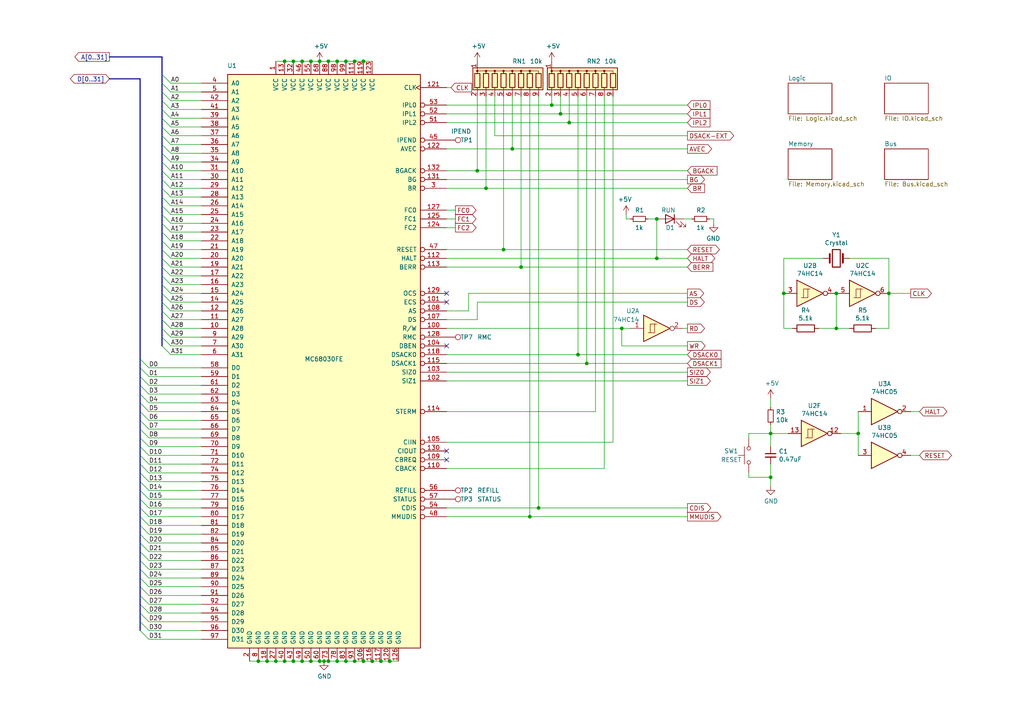
<source format=kicad_sch>
(kicad_sch (version 20211123) (generator eeschema)
  (paper "A4")
  (title_block (title "k30 SBC") (rev "1"))
  (lib_symbols
    (symbol "74xx:74HC14" (pin_names (offset 1.016))
      (property "Reference" "U" (at 0 1.27 0))
      (property "Value" "74HC14" (at 0 -1.27 0))
      (symbol "74HC14_1_0"
        (pin input line (at -7.62 0 0) (length 3.81) (name "~") (number "1"))
        (pin output inverted (at 7.62 0 180) (length 3.81) (name "~") (number "2"))
      )
      (symbol "74HC14_2_0"
        (pin input line (at -7.62 0 0) (length 3.81) (name "~") (number "3"))
        (pin output inverted (at 7.62 0 180) (length 3.81) (name "~") (number "4"))
      )
      (symbol "74HC14_3_0"
        (pin input line (at -7.62 0 0) (length 3.81) (name "~") (number "5"))
        (pin output inverted (at 7.62 0 180) (length 3.81) (name "~") (number "6"))
      )
      (symbol "74HC14_4_0"
        (pin output inverted (at 7.62 0 180) (length 3.81) (name "~") (number "8"))
        (pin input line (at -7.62 0 0) (length 3.81) (name "~") (number "9"))
      )
      (symbol "74HC14_5_0"
        (pin output inverted (at 7.62 0 180) (length 3.81) (name "~") (number "10"))
        (pin input line (at -7.62 0 0) (length 3.81) (name "~") (number "11"))
      )
      (symbol "74HC14_6_0"
        (pin output inverted (at 7.62 0 180) (length 3.81) (name "~") (number "12"))
        (pin input line (at -7.62 0 0) (length 3.81) (name "~") (number "13"))
      )
      (symbol "74HC14_7_0"
        (pin power_in line (at 0 12.7 270) (length 5.08) (name "VCC") (number "14"))
        (pin power_in line (at 0 -12.7 90) (length 5.08) (name "GND") (number "7"))
      )
    )
    (symbol "74xx:74LS05" (pin_names (offset 1.016))
      (property "Reference" "U" (at 0 1.27 0))
      (property "Value" "74LS05" (at 0 -1.27 0))
      (symbol "74LS05_1_0"
        (pin input line (at -7.62 0 0) (length 3.81) (name "~") (number "1"))
        (pin open_collector inverted (at 7.62 0 180) (length 3.81) (name "~") (number "2"))
      )
      (symbol "74LS05_2_0"
        (pin input line (at -7.62 0 0) (length 3.81) (name "~") (number "3"))
        (pin open_collector inverted (at 7.62 0 180) (length 3.81) (name "~") (number "4"))
      )
      (symbol "74LS05_3_0"
        (pin input line (at -7.62 0 0) (length 3.81) (name "~") (number "5"))
        (pin open_collector inverted (at 7.62 0 180) (length 3.81) (name "~") (number "6"))
      )
      (symbol "74LS05_4_0"
        (pin open_collector inverted (at 7.62 0 180) (length 3.81) (name "~") (number "8"))
        (pin input line (at -7.62 0 0) (length 3.81) (name "~") (number "9"))
      )
      (symbol "74LS05_5_0"
        (pin open_collector inverted (at 7.62 0 180) (length 3.81) (name "~") (number "10"))
        (pin input line (at -7.62 0 0) (length 3.81) (name "~") (number "11"))
      )
      (symbol "74LS05_6_0"
        (pin open_collector inverted (at 7.62 0 180) (length 3.81) (name "~") (number "12"))
        (pin input line (at -7.62 0 0) (length 3.81) (name "~") (number "13"))
      )
      (symbol "74LS05_7_0"
        (pin power_in line (at 0 12.7 270) (length 5.08) (name "VCC") (number "14"))
        (pin power_in line (at 0 -12.7 90) (length 5.08) (name "GND") (number "7"))
      )
    )
    (symbol "Computie_68k:MC68030FE" (pin_names (offset 1.016))
      (property "Reference" "U" (at 0 2.54 0))
      (property "Value" "MC68030FE" (at 0 0 0))
      (symbol "MC68030FE_1_1"
        (pin power_in line (at -13.97 86.36 270) (length 3.81) (name "VCC") (number "1"))
        (pin output line (at -35.56 8.89 0) (length 7.62) (name "A28") (number "10"))
        (pin output line (at 35.56 8.89 180) (length 7.62) (name "R/W") (number "100"))
        (pin output inverted (at 35.56 16.51 180) (length 7.62) (name "ECS") (number "101"))
        (pin output line (at 35.56 -6.35 180) (length 7.62) (name "SIZ1") (number "102"))
        (pin output line (at 35.56 -3.81 180) (length 7.62) (name "SIZ0") (number "103"))
        (pin output inverted (at 35.56 3.81 180) (length 7.62) (name "DBEN") (number "104"))
        (pin input inverted (at 35.56 -24.13 180) (length 7.62) (name "CIIN") (number "105"))
        (pin power_in line (at 11.43 -87.63 90) (length 3.81) (name "GND") (number "106"))
        (pin output inverted (at 35.56 11.43 180) (length 7.62) (name "DS") (number "107"))
        (pin output inverted (at 35.56 13.97 180) (length 7.62) (name "AS") (number "108"))
        (pin output inverted (at 35.56 -29.21 180) (length 7.62) (name "CBREQ") (number "109"))
        (pin output line (at -35.56 11.43 0) (length 7.62) (name "A27") (number "11"))
        (pin input inverted (at 35.56 -31.75 180) (length 7.62) (name "CBACK") (number "110"))
        (pin power_in line (at 8.89 86.36 270) (length 3.81) (name "VCC") (number "111"))
        (pin input inverted (at 35.56 29.21 180) (length 7.62) (name "HALT") (number "112"))
        (pin input inverted (at 35.56 26.67 180) (length 7.62) (name "BERR") (number "113"))
        (pin input inverted (at 35.56 -15.24 180) (length 7.62) (name "STERM") (number "114"))
        (pin input inverted (at 35.56 -1.27 180) (length 7.62) (name "DSACK1") (number "115"))
        (pin power_in line (at 13.97 -87.63 90) (length 3.81) (name "GND") (number "116"))
        (pin power_in line (at 16.51 -87.63 90) (length 3.81) (name "GND") (number "117"))
        (pin input inverted (at 35.56 1.27 180) (length 7.62) (name "DSACK0") (number "118"))
        (pin power_in line (at 11.43 86.36 270) (length 3.81) (name "VCC") (number "119"))
        (pin output line (at -35.56 13.97 0) (length 7.62) (name "A26") (number "12"))
        (pin power_in line (at 19.05 -87.63 90) (length 3.81) (name "GND") (number "120"))
        (pin input clock (at 35.56 78.74 180) (length 7.62) (name "CLK") (number "121"))
        (pin input inverted (at 35.56 60.96 180) (length 7.62) (name "AVEC") (number "122"))
        (pin power_in line (at 13.97 86.36 270) (length 3.81) (name "VCC") (number "123"))
        (pin output line (at 35.56 38.1 180) (length 7.62) (name "FC2") (number "124"))
        (pin output line (at 35.56 40.64 180) (length 7.62) (name "FC1") (number "125"))
        (pin power_in line (at 21.59 -87.63 90) (length 3.81) (name "GND") (number "126"))
        (pin output line (at 35.56 43.18 180) (length 7.62) (name "FC0") (number "127"))
        (pin output inverted (at 35.56 6.35 180) (length 7.62) (name "RMC") (number "128"))
        (pin output inverted (at 35.56 19.05 180) (length 7.62) (name "OCS") (number "129"))
        (pin power_in line (at -11.43 86.36 270) (length 3.81) (name "VCC") (number "13"))
        (pin output inverted (at 35.56 -26.67 180) (length 7.62) (name "CIOUT") (number "130"))
        (pin output inverted (at 35.56 52.07 180) (length 7.62) (name "BG") (number "131"))
        (pin input inverted (at 35.56 54.61 180) (length 7.62) (name "BGACK") (number "132"))
        (pin output line (at -35.56 16.51 0) (length 7.62) (name "A25") (number "14"))
        (pin output line (at -35.56 19.05 0) (length 7.62) (name "A24") (number "15"))
        (pin output line (at -35.56 21.59 0) (length 7.62) (name "A23") (number "16"))
        (pin output line (at -35.56 24.13 0) (length 7.62) (name "A22") (number "17"))
        (pin power_in line (at -16.51 -87.63 90) (length 3.81) (name "GND") (number "18"))
        (pin output line (at -35.56 26.67 0) (length 7.62) (name "A21") (number "19"))
        (pin power_in line (at -21.59 -87.63 90) (length 3.81) (name "GND") (number "2"))
        (pin output line (at -35.56 29.21 0) (length 7.62) (name "A20") (number "20"))
        (pin output line (at -35.56 31.75 0) (length 7.62) (name "A19") (number "21"))
        (pin output line (at -35.56 34.29 0) (length 7.62) (name "A18") (number "22"))
        (pin output line (at -35.56 36.83 0) (length 7.62) (name "A17") (number "23"))
        (pin output line (at -35.56 39.37 0) (length 7.62) (name "A16") (number "24"))
        (pin output line (at -35.56 41.91 0) (length 7.62) (name "A15") (number "25"))
        (pin output line (at -35.56 44.45 0) (length 7.62) (name "A14") (number "26"))
        (pin power_in line (at -13.97 -87.63 90) (length 3.81) (name "GND") (number "27"))
        (pin output line (at -35.56 46.99 0) (length 7.62) (name "A13") (number "28"))
        (pin output line (at -35.56 49.53 0) (length 7.62) (name "A12") (number "29"))
        (pin input inverted (at 35.56 49.53 180) (length 7.62) (name "BR") (number "3"))
        (pin output line (at -35.56 52.07 0) (length 7.62) (name "A11") (number "30"))
        (pin output line (at -35.56 54.61 0) (length 7.62) (name "A10") (number "31"))
        (pin power_in line (at -8.89 86.36 270) (length 3.81) (name "VCC") (number "32"))
        (pin no_connect line (at 27.94 -54.61 180) (length 0) hide (name "NC") (number "33"))
        (pin output line (at -35.56 57.15 0) (length 7.62) (name "A9") (number "34"))
        (pin output line (at -35.56 59.69 0) (length 7.62) (name "A8") (number "35"))
        (pin output line (at -35.56 62.23 0) (length 7.62) (name "A7") (number "36"))
        (pin output line (at -35.56 64.77 0) (length 7.62) (name "A6") (number "37"))
        (pin output line (at -35.56 67.31 0) (length 7.62) (name "A5") (number "38"))
        (pin output line (at -35.56 69.85 0) (length 7.62) (name "A4") (number "39"))
        (pin output line (at -35.56 80.01 0) (length 7.62) (name "A0") (number "4"))
        (pin power_in line (at -11.43 -87.63 90) (length 3.81) (name "GND") (number "40"))
        (pin output line (at -35.56 72.39 0) (length 7.62) (name "A3") (number "41"))
        (pin output line (at -35.56 74.93 0) (length 7.62) (name "A2") (number "42"))
        (pin power_in line (at -8.89 -87.63 90) (length 3.81) (name "GND") (number "43"))
        (pin no_connect line (at 27.94 -57.15 180) (length 0) hide (name "NC") (number "44"))
        (pin output inverted (at 35.56 63.5 180) (length 7.62) (name "IPEND") (number "45"))
        (pin power_in line (at -6.35 86.36 270) (length 3.81) (name "VCC") (number "46"))
        (pin bidirectional inverted (at 35.56 31.75 180) (length 7.62) (name "RESET") (number "47"))
        (pin input inverted (at 35.56 -45.72 180) (length 7.62) (name "MMUDIS") (number "48"))
        (pin power_in line (at -6.35 -87.63 90) (length 3.81) (name "GND") (number "49"))
        (pin output line (at -35.56 77.47 0) (length 7.62) (name "A1") (number "5"))
        (pin power_in line (at -3.81 -87.63 90) (length 3.81) (name "GND") (number "50"))
        (pin input inverted (at 35.56 68.58 180) (length 7.62) (name "IPL2") (number "51"))
        (pin input inverted (at 35.56 71.12 180) (length 7.62) (name "IPL1") (number "52"))
        (pin input inverted (at 35.56 73.66 180) (length 7.62) (name "IPL0") (number "53"))
        (pin input inverted (at 35.56 -43.18 180) (length 7.62) (name "CDIS") (number "54"))
        (pin power_in line (at -3.81 86.36 270) (length 3.81) (name "VCC") (number "55"))
        (pin output inverted (at 35.56 -38.1 180) (length 7.62) (name "REFILL") (number "56"))
        (pin output inverted (at 35.56 -40.64 180) (length 7.62) (name "STATUS") (number "57"))
        (pin bidirectional line (at -35.56 -2.54 0) (length 7.62) (name "D0") (number "58"))
        (pin bidirectional line (at -35.56 -5.08 0) (length 7.62) (name "D1") (number "59"))
        (pin output line (at -35.56 1.27 0) (length 7.62) (name "A31") (number "6"))
        (pin power_in line (at -1.27 -87.63 90) (length 3.81) (name "GND") (number "60"))
        (pin bidirectional line (at -35.56 -7.62 0) (length 7.62) (name "D2") (number "61"))
        (pin bidirectional line (at -35.56 -10.16 0) (length 7.62) (name "D3") (number "62"))
        (pin bidirectional line (at -35.56 -12.7 0) (length 7.62) (name "D4") (number "63"))
        (pin bidirectional line (at -35.56 -15.24 0) (length 7.62) (name "D5") (number "64"))
        (pin bidirectional line (at -35.56 -17.78 0) (length 7.62) (name "D6") (number "65"))
        (pin bidirectional line (at -35.56 -20.32 0) (length 7.62) (name "D7") (number "66"))
        (pin no_connect line (at 27.94 -59.69 180) (length 0) hide (name "NC") (number "67"))
        (pin power_in line (at -1.27 86.36 270) (length 3.81) (name "VCC") (number "68"))
        (pin bidirectional line (at -35.56 -22.86 0) (length 7.62) (name "D8") (number "69"))
        (pin output line (at -35.56 3.81 0) (length 7.62) (name "A30") (number "7"))
        (pin bidirectional line (at -35.56 -25.4 0) (length 7.62) (name "D9") (number "70"))
        (pin bidirectional line (at -35.56 -27.94 0) (length 7.62) (name "D10") (number "71"))
        (pin bidirectional line (at -35.56 -30.48 0) (length 7.62) (name "D11") (number "72"))
        (pin power_in line (at 1.27 -87.63 90) (length 3.81) (name "GND") (number "73"))
        (pin bidirectional line (at -35.56 -33.02 0) (length 7.62) (name "D12") (number "74"))
        (pin bidirectional line (at -35.56 -35.56 0) (length 7.62) (name "D13") (number "75"))
        (pin bidirectional line (at -35.56 -38.1 0) (length 7.62) (name "D14") (number "76"))
        (pin bidirectional line (at -35.56 -40.64 0) (length 7.62) (name "D15") (number "77"))
        (pin power_in line (at 3.81 -87.63 90) (length 3.81) (name "GND") (number "78"))
        (pin bidirectional line (at -35.56 -43.18 0) (length 7.62) (name "D16") (number "79"))
        (pin power_in line (at -19.05 -87.63 90) (length 3.81) (name "GND") (number "8"))
        (pin bidirectional line (at -35.56 -45.72 0) (length 7.62) (name "D17") (number "80"))
        (pin bidirectional line (at -35.56 -48.26 0) (length 7.62) (name "D18") (number "81"))
        (pin bidirectional line (at -35.56 -50.8 0) (length 7.62) (name "D19") (number "82"))
        (pin power_in line (at 6.35 -87.63 90) (length 3.81) (name "GND") (number "83"))
        (pin bidirectional line (at -35.56 -53.34 0) (length 7.62) (name "D20") (number "84"))
        (pin bidirectional line (at -35.56 -55.88 0) (length 7.62) (name "D21") (number "85"))
        (pin bidirectional line (at -35.56 -58.42 0) (length 7.62) (name "D22") (number "86"))
        (pin bidirectional line (at -35.56 -60.96 0) (length 7.62) (name "D23") (number "87"))
        (pin power_in line (at 1.27 86.36 270) (length 3.81) (name "VCC") (number "88"))
        (pin bidirectional line (at -35.56 -63.5 0) (length 7.62) (name "D24") (number "89"))
        (pin output line (at -35.56 6.35 0) (length 7.62) (name "A29") (number "9"))
        (pin bidirectional line (at -35.56 -66.04 0) (length 7.62) (name "D25") (number "90"))
        (pin bidirectional line (at -35.56 -68.58 0) (length 7.62) (name "D26") (number "91"))
        (pin bidirectional line (at -35.56 -71.12 0) (length 7.62) (name "D27") (number "92"))
        (pin power_in line (at 8.89 -87.63 90) (length 3.81) (name "GND") (number "93"))
        (pin bidirectional line (at -35.56 -73.66 0) (length 7.62) (name "D28") (number "94"))
        (pin bidirectional line (at -35.56 -76.2 0) (length 7.62) (name "D29") (number "95"))
        (pin bidirectional line (at -35.56 -78.74 0) (length 7.62) (name "D30") (number "96"))
        (pin bidirectional line (at -35.56 -81.28 0) (length 7.62) (name "D31") (number "97"))
        (pin power_in line (at 3.81 86.36 270) (length 3.81) (name "VCC") (number "98"))
        (pin power_in line (at 6.35 86.36 270) (length 3.81) (name "VCC") (number "99"))
      )
    )
    (symbol "Connector:TestPoint" (pin_numbers hide) (pin_names (offset 0.762) hide)
      (property "Reference" "TP" (at 0 6.858 0))
      (property "Value" "TestPoint" (at 0 5.08 0))
      (symbol "TestPoint_1_1"
        (pin passive line (at 0 0 90) (length 2.54) (name "1") (number "1"))
      )
    )
    (symbol "Device:C_Small" (pin_numbers hide) (pin_names (offset 0.254) hide)
      (property "Reference" "C" (at 0.254 1.778 0))
      (property "Value" "C_Small" (at 0.254 -2.032 0))
      (symbol "C_Small_1_1"
        (pin passive line (at 0 2.54 270) (length 2.032) (name "~") (number "1"))
        (pin passive line (at 0 -2.54 90) (length 2.032) (name "~") (number "2"))
      )
    )
    (symbol "Device:Crystal" (pin_numbers hide) (pin_names (offset 1.016) hide)
      (property "Reference" "Y" (at 0 3.81 0))
      (property "Value" "Crystal" (at 0 -3.81 0))
      (symbol "Crystal_1_1"
        (pin passive line (at -3.81 0 0) (length 1.27) (name "1") (number "1"))
        (pin passive line (at 3.81 0 180) (length 1.27) (name "2") (number "2"))
      )
    )
    (symbol "Device:LED" (pin_numbers hide) (pin_names (offset 1.016) hide)
      (property "Reference" "D" (at 0 2.54 0))
      (property "Value" "LED" (at 0 -2.54 0))
      (symbol "LED_1_1"
        (pin passive line (at -3.81 0 0) (length 2.54) (name "K") (number "1"))
        (pin passive line (at 3.81 0 180) (length 2.54) (name "A") (number "2"))
      )
    )
    (symbol "Device:R" (pin_numbers hide) (pin_names (offset 0))
      (property "Reference" "R" (at 2.032 0 90))
      (property "Value" "R" (at 0 0 90))
      (symbol "R_1_1"
        (pin passive line (at 0 3.81 270) (length 1.27) (name "~") (number "1"))
        (pin passive line (at 0 -3.81 90) (length 1.27) (name "~") (number "2"))
      )
    )
    (symbol "Device:R_Network08" (pin_names (offset 0) hide)
      (property "Reference" "RN" (at -12.7 0 90))
      (property "Value" "R_Network08" (at 10.16 0 90))
      (symbol "R_Network08_1_1"
        (pin passive line (at -10.16 5.08 270) (length 2.54) (name "common") (number "1"))
        (pin passive line (at -10.16 -5.08 90) (length 1.27) (name "R1") (number "2"))
        (pin passive line (at -7.62 -5.08 90) (length 1.27) (name "R2") (number "3"))
        (pin passive line (at -5.08 -5.08 90) (length 1.27) (name "R3") (number "4"))
        (pin passive line (at -2.54 -5.08 90) (length 1.27) (name "R4") (number "5"))
        (pin passive line (at 0 -5.08 90) (length 1.27) (name "R5") (number "6"))
        (pin passive line (at 2.54 -5.08 90) (length 1.27) (name "R6") (number "7"))
        (pin passive line (at 5.08 -5.08 90) (length 1.27) (name "R7") (number "8"))
        (pin passive line (at 7.62 -5.08 90) (length 1.27) (name "R8") (number "9"))
      )
    )
    (symbol "Device:R_Small" (pin_numbers hide) (pin_names (offset 0.254) hide)
      (property "Reference" "R" (at 0.762 0.508 0))
      (property "Value" "R_Small" (at 0.762 -1.016 0))
      (symbol "R_Small_1_1"
        (pin passive line (at 0 2.54 270) (length 0.762) (name "~") (number "1"))
        (pin passive line (at 0 -2.54 90) (length 0.762) (name "~") (number "2"))
      )
    )
    (symbol "Switch:SW_Push" (pin_numbers hide) (pin_names (offset 1.016) hide)
      (property "Reference" "SW" (at 1.27 2.54 0))
      (property "Value" "SW_Push" (at 0 -1.524 0))
      (symbol "SW_Push_0_1"
        (pin passive line (at -5.08 0 0) (length 2.54) (name "1") (number "1"))
        (pin passive line (at 5.08 0 180) (length 2.54) (name "2") (number "2"))
      )
    )
    (symbol "power:+5V" (power) (pin_names (offset 0))
      (property "Value" "+5V" (at 0 3.556 0))
      (symbol "+5V_1_1"
        (pin power_in line (at 0 0 90) (length 0) hide (name "+5V") (number "1"))
      )
    )
    (symbol "power:GND" (power) (pin_names (offset 0))
      (property "Value" "GND" (at 0 -3.81 0))
      (symbol "GND_1_1"
        (pin power_in line (at 0 0 270) (length 0) hide (name "GND") (number "1"))
      )
    )
  )
  (junction (at 90.17 191.77))
  (junction (at 102.87 191.77))
  (junction (at 87.63 17.78))
  (junction (at 102.87 17.78))
  (junction (at 113.03 191.77))
  (junction (at 223.52 125.73))
  (junction (at 82.55 191.77))
  (junction (at 95.25 191.77))
  (junction (at 151.13 77.47))
  (junction (at 93.98 191.77))
  (junction (at 97.79 17.78))
  (junction (at 160.02 30.48))
  (junction (at 85.09 17.78))
  (junction (at 167.64 102.87))
  (junction (at 95.25 17.78))
  (junction (at 153.67 149.86))
  (junction (at 146.05 72.39))
  (junction (at 90.17 17.78))
  (junction (at 74.93 191.77))
  (junction (at 162.56 33.02))
  (junction (at 85.09 191.77))
  (junction (at 77.47 191.77))
  (junction (at 92.71 191.77))
  (junction (at 257.81 85.09))
  (junction (at 227.33 85.09))
  (junction (at 87.63 191.77))
  (junction (at 97.79 191.77))
  (junction (at 105.41 191.77))
  (junction (at 140.97 54.61))
  (junction (at 100.33 191.77))
  (junction (at 156.21 147.32))
  (junction (at 242.57 85.09))
  (junction (at 170.18 105.41))
  (junction (at 107.95 191.77))
  (junction (at 110.49 191.77))
  (junction (at 190.5 74.93))
  (junction (at 80.01 191.77))
  (junction (at 100.33 17.78))
  (junction (at 105.41 17.78))
  (junction (at 242.57 95.25))
  (junction (at 138.43 49.53))
  (junction (at 82.55 17.78))
  (junction (at 148.59 43.18))
  (junction (at 165.1 35.56))
  (junction (at 92.71 17.78))
  (junction (at 223.52 138.43))
  (junction (at 180.34 95.25))
  (junction (at 190.5 63.5))
  (junction (at 248.92 125.73))
  (no_connect (at 129.54 133.35))
  (no_connect (at 129.54 130.81))
  (no_connect (at 129.54 100.33))
  (no_connect (at 129.54 87.63))
  (no_connect (at 129.54 85.09))
  (bus_entry (at 40.64 142.24) (size 2.54 2.54))
  (bus_entry (at 40.64 160.02) (size 2.54 2.54))
  (bus_entry (at 40.64 104.14) (size 2.54 2.54))
  (bus_entry (at 46.99 52.07) (size 2.54 2.54))
  (bus_entry (at 46.99 34.29) (size 2.54 2.54))
  (bus_entry (at 46.99 100.33) (size 2.54 2.54))
  (bus_entry (at 46.99 87.63) (size 2.54 2.54))
  (bus_entry (at 46.99 24.13) (size 2.54 2.54))
  (bus_entry (at 46.99 92.71) (size 2.54 2.54))
  (bus_entry (at 46.99 67.31) (size 2.54 2.54))
  (bus_entry (at 40.64 106.68) (size 2.54 2.54))
  (bus_entry (at 40.64 139.7) (size 2.54 2.54))
  (bus_entry (at 40.64 134.62) (size 2.54 2.54))
  (bus_entry (at 40.64 152.4) (size 2.54 2.54))
  (bus_entry (at 40.64 147.32) (size 2.54 2.54))
  (bus_entry (at 40.64 182.88) (size 2.54 2.54))
  (bus_entry (at 46.99 41.91) (size 2.54 2.54))
  (bus_entry (at 46.99 57.15) (size 2.54 2.54))
  (bus_entry (at 40.64 180.34) (size 2.54 2.54))
  (bus_entry (at 40.64 114.3) (size 2.54 2.54))
  (bus_entry (at 40.64 144.78) (size 2.54 2.54))
  (bus_entry (at 40.64 154.94) (size 2.54 2.54))
  (bus_entry (at 46.99 39.37) (size 2.54 2.54))
  (bus_entry (at 46.99 29.21) (size 2.54 2.54))
  (bus_entry (at 46.99 69.85) (size 2.54 2.54))
  (bus_entry (at 40.64 119.38) (size 2.54 2.54))
  (bus_entry (at 46.99 74.93) (size 2.54 2.54))
  (bus_entry (at 46.99 36.83) (size 2.54 2.54))
  (bus_entry (at 40.64 121.92) (size 2.54 2.54))
  (bus_entry (at 46.99 90.17) (size 2.54 2.54))
  (bus_entry (at 46.99 64.77) (size 2.54 2.54))
  (bus_entry (at 40.64 149.86) (size 2.54 2.54))
  (bus_entry (at 46.99 77.47) (size 2.54 2.54))
  (bus_entry (at 40.64 177.8) (size 2.54 2.54))
  (bus_entry (at 46.99 82.55) (size 2.54 2.54))
  (bus_entry (at 40.64 172.72) (size 2.54 2.54))
  (bus_entry (at 40.64 132.08) (size 2.54 2.54))
  (bus_entry (at 40.64 111.76) (size 2.54 2.54))
  (bus_entry (at 46.99 62.23) (size 2.54 2.54))
  (bus_entry (at 46.99 44.45) (size 2.54 2.54))
  (bus_entry (at 46.99 59.69) (size 2.54 2.54))
  (bus_entry (at 46.99 95.25) (size 2.54 2.54))
  (bus_entry (at 46.99 85.09) (size 2.54 2.54))
  (bus_entry (at 40.64 124.46) (size 2.54 2.54))
  (bus_entry (at 46.99 72.39) (size 2.54 2.54))
  (bus_entry (at 40.64 127) (size 2.54 2.54))
  (bus_entry (at 46.99 31.75) (size 2.54 2.54))
  (bus_entry (at 40.64 116.84) (size 2.54 2.54))
  (bus_entry (at 40.64 109.22) (size 2.54 2.54))
  (bus_entry (at 40.64 167.64) (size 2.54 2.54))
  (bus_entry (at 46.99 26.67) (size 2.54 2.54))
  (bus_entry (at 40.64 170.18) (size 2.54 2.54))
  (bus_entry (at 40.64 137.16) (size 2.54 2.54))
  (bus_entry (at 40.64 175.26) (size 2.54 2.54))
  (bus_entry (at 40.64 165.1) (size 2.54 2.54))
  (bus_entry (at 46.99 97.79) (size 2.54 2.54))
  (bus_entry (at 46.99 46.99) (size 2.54 2.54))
  (bus_entry (at 40.64 157.48) (size 2.54 2.54))
  (bus_entry (at 46.99 54.61) (size 2.54 2.54))
  (bus_entry (at 46.99 21.59) (size 2.54 2.54))
  (bus_entry (at 40.64 162.56) (size 2.54 2.54))
  (bus_entry (at 46.99 80.01) (size 2.54 2.54))
  (bus_entry (at 46.99 49.53) (size 2.54 2.54))
  (bus_entry (at 40.64 129.54) (size 2.54 2.54))
  (wire (pts (xy 105.41 17.78) (xy 107.95 17.78)))
  (wire (pts (xy 43.18 149.86) (xy 58.42 149.86)))
  (bus (pts (xy 40.64 152.4) (xy 40.64 154.94)))
  (wire (pts (xy 90.17 191.77) (xy 92.71 191.77)))
  (bus (pts (xy 40.64 162.56) (xy 40.64 165.1)))
  (bus (pts (xy 46.99 80.01) (xy 46.99 82.55)))
  (bus (pts (xy 46.99 16.51) (xy 46.99 21.59)))
  (wire (pts (xy 223.52 125.73) (xy 223.52 129.54)))
  (wire (pts (xy 43.18 106.68) (xy 58.42 106.68)))
  (wire (pts (xy 43.18 132.08) (xy 58.42 132.08)))
  (bus (pts (xy 40.64 154.94) (xy 40.64 157.48)))
  (wire (pts (xy 49.53 90.17) (xy 58.42 90.17)))
  (wire (pts (xy 167.64 102.87) (xy 199.39 102.87)))
  (bus (pts (xy 46.99 16.51) (xy 31.75 16.51)))
  (bus (pts (xy 46.99 64.77) (xy 46.99 67.31)))
  (wire (pts (xy 102.87 191.77) (xy 105.41 191.77)))
  (bus (pts (xy 46.99 67.31) (xy 46.99 69.85)))
  (wire (pts (xy 264.16 132.08) (xy 266.7 132.08)))
  (wire (pts (xy 190.5 74.93) (xy 199.39 74.93)))
  (wire (pts (xy 43.18 147.32) (xy 58.42 147.32)))
  (bus (pts (xy 40.64 165.1) (xy 40.64 167.64)))
  (wire (pts (xy 217.17 137.16) (xy 217.17 138.43)))
  (bus (pts (xy 40.64 124.46) (xy 40.64 127)))
  (wire (pts (xy 129.54 49.53) (xy 138.43 49.53)))
  (wire (pts (xy 151.13 77.47) (xy 151.13 27.94)))
  (wire (pts (xy 181.61 63.5) (xy 181.61 62.23)))
  (wire (pts (xy 170.18 27.94) (xy 170.18 105.41)))
  (bus (pts (xy 46.99 92.71) (xy 46.99 95.25)))
  (wire (pts (xy 129.54 25.4) (xy 130.81 25.4)))
  (wire (pts (xy 97.79 191.77) (xy 100.33 191.77)))
  (bus (pts (xy 40.64 121.92) (xy 40.64 124.46)))
  (wire (pts (xy 90.17 17.78) (xy 92.71 17.78)))
  (bus (pts (xy 46.99 34.29) (xy 46.99 36.83)))
  (wire (pts (xy 49.53 64.77) (xy 58.42 64.77)))
  (wire (pts (xy 43.18 109.22) (xy 58.42 109.22)))
  (wire (pts (xy 257.81 95.25) (xy 257.81 85.09)))
  (wire (pts (xy 257.81 85.09) (xy 264.16 85.09)))
  (wire (pts (xy 49.53 77.47) (xy 58.42 77.47)))
  (wire (pts (xy 177.8 27.94) (xy 177.8 128.27)))
  (wire (pts (xy 223.52 125.73) (xy 223.52 123.19)))
  (wire (pts (xy 49.53 92.71) (xy 58.42 92.71)))
  (bus (pts (xy 46.99 85.09) (xy 46.99 87.63)))
  (bus (pts (xy 46.99 46.99) (xy 46.99 49.53)))
  (wire (pts (xy 85.09 191.77) (xy 87.63 191.77)))
  (wire (pts (xy 49.53 44.45) (xy 58.42 44.45)))
  (wire (pts (xy 129.54 95.25) (xy 180.34 95.25)))
  (wire (pts (xy 107.95 191.77) (xy 110.49 191.77)))
  (wire (pts (xy 248.92 125.73) (xy 248.92 132.08)))
  (wire (pts (xy 43.18 160.02) (xy 58.42 160.02)))
  (wire (pts (xy 129.54 128.27) (xy 177.8 128.27)))
  (bus (pts (xy 46.99 26.67) (xy 46.99 29.21)))
  (wire (pts (xy 237.49 95.25) (xy 242.57 95.25)))
  (bus (pts (xy 40.64 22.86) (xy 31.75 22.86)))
  (wire (pts (xy 49.53 49.53) (xy 58.42 49.53)))
  (wire (pts (xy 43.18 129.54) (xy 58.42 129.54)))
  (wire (pts (xy 165.1 35.56) (xy 199.39 35.56)))
  (wire (pts (xy 43.18 111.76) (xy 58.42 111.76)))
  (wire (pts (xy 43.18 180.34) (xy 58.42 180.34)))
  (bus (pts (xy 40.64 170.18) (xy 40.64 172.72)))
  (wire (pts (xy 49.53 31.75) (xy 58.42 31.75)))
  (wire (pts (xy 248.92 125.73) (xy 243.84 125.73)))
  (wire (pts (xy 49.53 46.99) (xy 58.42 46.99)))
  (wire (pts (xy 160.02 30.48) (xy 199.39 30.48)))
  (wire (pts (xy 43.18 121.92) (xy 58.42 121.92)))
  (wire (pts (xy 49.53 24.13) (xy 58.42 24.13)))
  (wire (pts (xy 100.33 191.77) (xy 102.87 191.77)))
  (wire (pts (xy 170.18 105.41) (xy 199.39 105.41)))
  (wire (pts (xy 181.61 63.5) (xy 182.88 63.5)))
  (bus (pts (xy 40.64 180.34) (xy 40.64 182.88)))
  (wire (pts (xy 148.59 43.18) (xy 199.39 43.18)))
  (wire (pts (xy 49.53 62.23) (xy 58.42 62.23)))
  (wire (pts (xy 156.21 27.94) (xy 156.21 147.32)))
  (wire (pts (xy 49.53 26.67) (xy 58.42 26.67)))
  (wire (pts (xy 43.18 185.42) (xy 58.42 185.42)))
  (wire (pts (xy 190.5 63.5) (xy 190.5 74.93)))
  (bus (pts (xy 40.64 149.86) (xy 40.64 152.4)))
  (wire (pts (xy 43.18 175.26) (xy 58.42 175.26)))
  (wire (pts (xy 49.53 97.79) (xy 58.42 97.79)))
  (bus (pts (xy 46.99 21.59) (xy 46.99 24.13)))
  (wire (pts (xy 140.97 54.61) (xy 140.97 27.94)))
  (wire (pts (xy 92.71 191.77) (xy 93.98 191.77)))
  (wire (pts (xy 162.56 33.02) (xy 199.39 33.02)))
  (wire (pts (xy 199.39 110.49) (xy 129.54 110.49)))
  (wire (pts (xy 43.18 172.72) (xy 58.42 172.72)))
  (wire (pts (xy 97.79 17.78) (xy 100.33 17.78)))
  (wire (pts (xy 138.43 49.53) (xy 199.39 49.53)))
  (wire (pts (xy 138.43 87.63) (xy 199.39 87.63)))
  (wire (pts (xy 228.6 125.73) (xy 223.52 125.73)))
  (wire (pts (xy 49.53 74.93) (xy 58.42 74.93)))
  (wire (pts (xy 43.18 116.84) (xy 58.42 116.84)))
  (wire (pts (xy 129.54 33.02) (xy 162.56 33.02)))
  (bus (pts (xy 40.64 127) (xy 40.64 129.54)))
  (wire (pts (xy 85.09 17.78) (xy 87.63 17.78)))
  (bus (pts (xy 40.64 139.7) (xy 40.64 142.24)))
  (wire (pts (xy 242.57 95.25) (xy 242.57 85.09)))
  (wire (pts (xy 153.67 27.94) (xy 153.67 149.86)))
  (wire (pts (xy 43.18 182.88) (xy 58.42 182.88)))
  (bus (pts (xy 46.99 49.53) (xy 46.99 52.07)))
  (wire (pts (xy 43.18 167.64) (xy 58.42 167.64)))
  (wire (pts (xy 223.52 140.97) (xy 223.52 138.43)))
  (bus (pts (xy 40.64 177.8) (xy 40.64 180.34)))
  (wire (pts (xy 100.33 17.78) (xy 102.87 17.78)))
  (wire (pts (xy 129.54 43.18) (xy 148.59 43.18)))
  (wire (pts (xy 180.34 100.33) (xy 199.39 100.33)))
  (wire (pts (xy 135.89 90.17) (xy 129.54 90.17)))
  (wire (pts (xy 180.34 95.25) (xy 182.88 95.25)))
  (wire (pts (xy 198.12 95.25) (xy 199.39 95.25)))
  (wire (pts (xy 129.54 147.32) (xy 156.21 147.32)))
  (wire (pts (xy 43.18 139.7) (xy 58.42 139.7)))
  (wire (pts (xy 43.18 124.46) (xy 58.42 124.46)))
  (wire (pts (xy 129.54 72.39) (xy 146.05 72.39)))
  (wire (pts (xy 43.18 170.18) (xy 58.42 170.18)))
  (bus (pts (xy 46.99 44.45) (xy 46.99 46.99)))
  (bus (pts (xy 46.99 90.17) (xy 46.99 92.71)))
  (wire (pts (xy 87.63 17.78) (xy 90.17 17.78)))
  (wire (pts (xy 49.53 87.63) (xy 58.42 87.63)))
  (wire (pts (xy 43.18 134.62) (xy 58.42 134.62)))
  (wire (pts (xy 129.54 77.47) (xy 151.13 77.47)))
  (wire (pts (xy 87.63 191.77) (xy 90.17 191.77)))
  (wire (pts (xy 217.17 138.43) (xy 223.52 138.43)))
  (wire (pts (xy 135.89 85.09) (xy 199.39 85.09)))
  (wire (pts (xy 135.89 85.09) (xy 135.89 90.17)))
  (wire (pts (xy 49.53 36.83) (xy 58.42 36.83)))
  (wire (pts (xy 146.05 72.39) (xy 199.39 72.39)))
  (wire (pts (xy 129.54 60.96) (xy 132.08 60.96)))
  (wire (pts (xy 140.97 54.61) (xy 199.39 54.61)))
  (wire (pts (xy 146.05 27.94) (xy 146.05 72.39)))
  (wire (pts (xy 129.54 52.07) (xy 199.39 52.07)))
  (bus (pts (xy 40.64 114.3) (xy 40.64 116.84)))
  (wire (pts (xy 187.96 63.5) (xy 190.5 63.5)))
  (wire (pts (xy 227.33 95.25) (xy 229.87 95.25)))
  (wire (pts (xy 49.53 57.15) (xy 58.42 57.15)))
  (bus (pts (xy 46.99 52.07) (xy 46.99 54.61)))
  (bus (pts (xy 40.64 109.22) (xy 40.64 111.76)))
  (wire (pts (xy 43.18 157.48) (xy 58.42 157.48)))
  (wire (pts (xy 148.59 27.94) (xy 148.59 43.18)))
  (wire (pts (xy 113.03 191.77) (xy 115.57 191.77)))
  (wire (pts (xy 160.02 30.48) (xy 160.02 27.94)))
  (wire (pts (xy 129.54 74.93) (xy 190.5 74.93)))
  (wire (pts (xy 49.53 82.55) (xy 58.42 82.55)))
  (wire (pts (xy 95.25 17.78) (xy 97.79 17.78)))
  (wire (pts (xy 167.64 27.94) (xy 167.64 102.87)))
  (bus (pts (xy 46.99 31.75) (xy 46.99 34.29)))
  (wire (pts (xy 151.13 77.47) (xy 199.39 77.47)))
  (wire (pts (xy 43.18 177.8) (xy 58.42 177.8)))
  (bus (pts (xy 40.64 22.86) (xy 40.64 104.14)))
  (wire (pts (xy 43.18 114.3) (xy 58.42 114.3)))
  (wire (pts (xy 227.33 74.93) (xy 227.33 85.09)))
  (wire (pts (xy 129.54 102.87) (xy 167.64 102.87)))
  (bus (pts (xy 46.99 77.47) (xy 46.99 80.01)))
  (bus (pts (xy 46.99 24.13) (xy 46.99 26.67)))
  (bus (pts (xy 46.99 39.37) (xy 46.99 41.91)))
  (wire (pts (xy 257.81 74.93) (xy 246.38 74.93)))
  (wire (pts (xy 49.53 100.33) (xy 58.42 100.33)))
  (bus (pts (xy 46.99 74.93) (xy 46.99 77.47)))
  (wire (pts (xy 175.26 135.89) (xy 175.26 27.94)))
  (wire (pts (xy 110.49 191.77) (xy 113.03 191.77)))
  (wire (pts (xy 129.54 54.61) (xy 140.97 54.61)))
  (wire (pts (xy 143.51 39.37) (xy 199.39 39.37)))
  (wire (pts (xy 82.55 191.77) (xy 85.09 191.77)))
  (wire (pts (xy 162.56 33.02) (xy 162.56 27.94)))
  (bus (pts (xy 46.99 62.23) (xy 46.99 64.77)))
  (wire (pts (xy 49.53 67.31) (xy 58.42 67.31)))
  (wire (pts (xy 49.53 54.61) (xy 58.42 54.61)))
  (wire (pts (xy 143.51 27.94) (xy 143.51 39.37)))
  (wire (pts (xy 129.54 92.71) (xy 138.43 92.71)))
  (wire (pts (xy 217.17 125.73) (xy 223.52 125.73)))
  (wire (pts (xy 49.53 59.69) (xy 58.42 59.69)))
  (bus (pts (xy 46.99 97.79) (xy 46.99 100.33)))
  (bus (pts (xy 40.64 111.76) (xy 40.64 114.3)))
  (wire (pts (xy 49.53 72.39) (xy 58.42 72.39)))
  (wire (pts (xy 49.53 41.91) (xy 58.42 41.91)))
  (wire (pts (xy 49.53 85.09) (xy 58.42 85.09)))
  (bus (pts (xy 46.99 57.15) (xy 46.99 59.69)))
  (bus (pts (xy 46.99 87.63) (xy 46.99 90.17)))
  (wire (pts (xy 200.66 63.5) (xy 198.12 63.5)))
  (wire (pts (xy 49.53 102.87) (xy 58.42 102.87)))
  (wire (pts (xy 49.53 39.37) (xy 58.42 39.37)))
  (wire (pts (xy 172.72 119.38) (xy 129.54 119.38)))
  (bus (pts (xy 46.99 95.25) (xy 46.99 97.79)))
  (bus (pts (xy 40.64 157.48) (xy 40.64 160.02)))
  (wire (pts (xy 43.18 162.56) (xy 58.42 162.56)))
  (wire (pts (xy 217.17 127) (xy 217.17 125.73)))
  (bus (pts (xy 46.99 72.39) (xy 46.99 74.93)))
  (wire (pts (xy 74.93 191.77) (xy 77.47 191.77)))
  (bus (pts (xy 40.64 129.54) (xy 40.64 132.08)))
  (bus (pts (xy 46.99 29.21) (xy 46.99 31.75)))
  (wire (pts (xy 49.53 52.07) (xy 58.42 52.07)))
  (wire (pts (xy 223.52 134.62) (xy 223.52 138.43)))
  (wire (pts (xy 95.25 191.77) (xy 97.79 191.77)))
  (wire (pts (xy 129.54 149.86) (xy 153.67 149.86)))
  (wire (pts (xy 266.7 119.38) (xy 264.16 119.38)))
  (wire (pts (xy 242.57 95.25) (xy 246.38 95.25)))
  (wire (pts (xy 82.55 17.78) (xy 85.09 17.78)))
  (wire (pts (xy 77.47 191.77) (xy 80.01 191.77)))
  (bus (pts (xy 40.64 144.78) (xy 40.64 147.32)))
  (wire (pts (xy 49.53 29.21) (xy 58.42 29.21)))
  (wire (pts (xy 49.53 34.29) (xy 58.42 34.29)))
  (bus (pts (xy 40.64 106.68) (xy 40.64 109.22)))
  (wire (pts (xy 238.76 74.93) (xy 227.33 74.93)))
  (wire (pts (xy 43.18 142.24) (xy 58.42 142.24)))
  (bus (pts (xy 46.99 41.91) (xy 46.99 44.45)))
  (wire (pts (xy 248.92 119.38) (xy 248.92 125.73)))
  (wire (pts (xy 93.98 191.77) (xy 95.25 191.77)))
  (bus (pts (xy 46.99 69.85) (xy 46.99 72.39)))
  (bus (pts (xy 40.64 172.72) (xy 40.64 175.26)))
  (wire (pts (xy 180.34 100.33) (xy 180.34 95.25)))
  (wire (pts (xy 49.53 95.25) (xy 58.42 95.25)))
  (wire (pts (xy 49.53 69.85) (xy 58.42 69.85)))
  (bus (pts (xy 40.64 137.16) (xy 40.64 139.7)))
  (bus (pts (xy 46.99 36.83) (xy 46.99 39.37)))
  (wire (pts (xy 80.01 191.77) (xy 82.55 191.77)))
  (bus (pts (xy 40.64 132.08) (xy 40.64 134.62)))
  (wire (pts (xy 43.18 165.1) (xy 58.42 165.1)))
  (wire (pts (xy 172.72 27.94) (xy 172.72 119.38)))
  (wire (pts (xy 43.18 154.94) (xy 58.42 154.94)))
  (wire (pts (xy 129.54 63.5) (xy 132.08 63.5)))
  (wire (pts (xy 105.41 191.77) (xy 107.95 191.77)))
  (wire (pts (xy 43.18 119.38) (xy 58.42 119.38)))
  (wire (pts (xy 92.71 17.78) (xy 95.25 17.78)))
  (wire (pts (xy 102.87 17.78) (xy 105.41 17.78)))
  (wire (pts (xy 223.52 115.57) (xy 223.52 118.11)))
  (wire (pts (xy 43.18 152.4) (xy 58.42 152.4)))
  (bus (pts (xy 40.64 175.26) (xy 40.64 177.8)))
  (wire (pts (xy 72.39 191.77) (xy 74.93 191.77)))
  (wire (pts (xy 43.18 137.16) (xy 58.42 137.16)))
  (bus (pts (xy 40.64 104.14) (xy 40.64 106.68)))
  (wire (pts (xy 165.1 35.56) (xy 165.1 27.94)))
  (bus (pts (xy 40.64 134.62) (xy 40.64 137.16)))
  (bus (pts (xy 46.99 59.69) (xy 46.99 62.23)))
  (bus (pts (xy 40.64 160.02) (xy 40.64 162.56)))
  (wire (pts (xy 257.81 85.09) (xy 257.81 74.93)))
  (wire (pts (xy 207.01 63.5) (xy 205.74 63.5)))
  (bus (pts (xy 40.64 167.64) (xy 40.64 170.18)))
  (bus (pts (xy 46.99 82.55) (xy 46.99 85.09)))
  (bus (pts (xy 40.64 116.84) (xy 40.64 119.38)))
  (wire (pts (xy 129.54 107.95) (xy 199.39 107.95)))
  (wire (pts (xy 80.01 17.78) (xy 82.55 17.78)))
  (wire (pts (xy 43.18 144.78) (xy 58.42 144.78)))
  (wire (pts (xy 129.54 135.89) (xy 175.26 135.89)))
  (wire (pts (xy 254 95.25) (xy 257.81 95.25)))
  (bus (pts (xy 40.64 142.24) (xy 40.64 144.78)))
  (wire (pts (xy 129.54 105.41) (xy 170.18 105.41)))
  (wire (pts (xy 129.54 35.56) (xy 165.1 35.56)))
  (bus (pts (xy 40.64 119.38) (xy 40.64 121.92)))
  (wire (pts (xy 129.54 66.04) (xy 132.08 66.04)))
  (wire (pts (xy 156.21 147.32) (xy 199.39 147.32)))
  (wire (pts (xy 43.18 127) (xy 58.42 127)))
  (wire (pts (xy 129.54 30.48) (xy 160.02 30.48)))
  (wire (pts (xy 138.43 49.53) (xy 138.43 27.94)))
  (wire (pts (xy 227.33 85.09) (xy 227.33 95.25)))
  (wire (pts (xy 207.01 63.5) (xy 207.01 64.77)))
  (bus (pts (xy 40.64 147.32) (xy 40.64 149.86)))
  (wire (pts (xy 153.67 149.86) (xy 199.39 149.86)))
  (wire (pts (xy 49.53 80.01) (xy 58.42 80.01)))
  (bus (pts (xy 46.99 54.61) (xy 46.99 57.15)))
  (wire (pts (xy 138.43 92.71) (xy 138.43 87.63)))
  (label "A1" (at 49.53 26.67 0))
  (label "D30" (at 43.18 182.88 0))
  (label "D19" (at 43.18 154.94 0))
  (label "A2" (at 49.53 29.21 0))
  (label "A17" (at 49.53 67.31 0))
  (label "D22" (at 43.18 162.56 0))
  (label "A13" (at 49.53 57.15 0))
  (label "D5" (at 43.18 119.38 0))
  (label "A10" (at 49.53 49.53 0))
  (label "A20" (at 49.53 74.93 0))
  (label "A3" (at 49.53 31.75 0))
  (label "D7" (at 43.18 124.46 0))
  (label "D21" (at 43.18 160.02 0))
  (label "D18" (at 43.18 152.4 0))
  (label "D16" (at 43.18 147.32 0))
  (label "A29" (at 49.53 97.79 0))
  (label "D13" (at 43.18 139.7 0))
  (label "D17" (at 43.18 149.86 0))
  (label "D31" (at 43.18 185.42 0))
  (label "A25" (at 49.53 87.63 0))
  (label "D8" (at 43.18 127 0))
  (label "D26" (at 43.18 172.72 0))
  (label "A24" (at 49.53 85.09 0))
  (label "A14" (at 49.53 59.69 0))
  (label "A19" (at 49.53 72.39 0))
  (label "D1" (at 43.18 109.22 0))
  (label "A8" (at 49.53 44.45 0))
  (label "A28" (at 49.53 95.25 0))
  (label "A30" (at 49.53 100.33 0))
  (label "D10" (at 43.18 132.08 0))
  (label "D2" (at 43.18 111.76 0))
  (label "D6" (at 43.18 121.92 0))
  (label "A23" (at 49.53 82.55 0))
  (label "A5" (at 49.53 36.83 0))
  (label "A9" (at 49.53 46.99 0))
  (label "D29" (at 43.18 180.34 0))
  (label "A21" (at 49.53 77.47 0))
  (label "D14" (at 43.18 142.24 0))
  (label "A16" (at 49.53 64.77 0))
  (label "A22" (at 49.53 80.01 0))
  (label "D23" (at 43.18 165.1 0))
  (label "A6" (at 49.53 39.37 0))
  (label "A27" (at 49.53 92.71 0))
  (label "D15" (at 43.18 144.78 0))
  (label "D27" (at 43.18 175.26 0))
  (label "A15" (at 49.53 62.23 0))
  (label "A12" (at 49.53 54.61 0))
  (label "D20" (at 43.18 157.48 0))
  (label "D4" (at 43.18 116.84 0))
  (label "A31" (at 49.53 102.87 0))
  (label "D28" (at 43.18 177.8 0))
  (label "A7" (at 49.53 41.91 0))
  (label "D0" (at 43.18 106.68 0))
  (label "D11" (at 43.18 134.62 0))
  (label "D3" (at 43.18 114.3 0))
  (label "D25" (at 43.18 170.18 0))
  (label "A18" (at 49.53 69.85 0))
  (label "A26" (at 49.53 90.17 0))
  (label "A4" (at 49.53 34.29 0))
  (label "D9" (at 43.18 129.54 0))
  (label "D12" (at 43.18 137.16 0))
  (label "A0" (at 49.53 24.13 0))
  (label "D24" (at 43.18 167.64 0))
  (label "A11" (at 49.53 52.07 0))
  (global_label "BG" (shape output) (at 199.39 52.07 0) (property "Intersheet References" "${INTERSHEET_REFS}" (effects hide)))
  (global_label "IPL2" (shape input) (at 199.39 35.56 0) (property "Intersheet References" "${INTERSHEET_REFS}" (effects hide)))
  (global_label "AS" (shape output) (at 199.39 85.09 0) (property "Intersheet References" "${INTERSHEET_REFS}" (effects hide)))
  (global_label "RESET" (shape bidirectional) (at 199.39 72.39 0) (property "Intersheet References" "${INTERSHEET_REFS}" (effects hide)))
  (global_label "DSACK0" (shape input) (at 199.39 102.87 0) (property "Intersheet References" "${INTERSHEET_REFS}" (effects hide)))
  (global_label "BGACK" (shape input) (at 199.39 49.53 0) (property "Intersheet References" "${INTERSHEET_REFS}" (effects hide)))
  (global_label "DSACK-EXT" (shape output) (at 199.39 39.37 0) (property "Intersheet References" "${INTERSHEET_REFS}" (effects hide)))
  (global_label "CDIS" (shape output) (at 199.39 147.32 0) (property "Intersheet References" "${INTERSHEET_REFS}" (effects hide)))
  (global_label "DS" (shape output) (at 199.39 87.63 0) (property "Intersheet References" "${INTERSHEET_REFS}" (effects hide)))
  (global_label "CLK" (shape input) (at 130.81 25.4 0) (property "Intersheet References" "${INTERSHEET_REFS}" (effects hide)))
  (global_label "D[0..31]" (shape bidirectional) (at 31.75 22.86 180) (property "Intersheet References" "${INTERSHEET_REFS}" (effects hide)))
  (global_label "CLK" (shape output) (at 264.16 85.09 0) (property "Intersheet References" "${INTERSHEET_REFS}" (effects hide)))
  (global_label "WR" (shape output) (at 199.39 100.33 0) (property "Intersheet References" "${INTERSHEET_REFS}" (effects hide)))
  (global_label "A[0..31]" (shape output) (at 31.75 16.51 180) (property "Intersheet References" "${INTERSHEET_REFS}" (effects hide)))
  (global_label "IPL0" (shape input) (at 199.39 30.48 0) (property "Intersheet References" "${INTERSHEET_REFS}" (effects hide)))
  (global_label "FC2" (shape output) (at 132.08 66.04 0) (property "Intersheet References" "${INTERSHEET_REFS}" (effects hide)))
  (global_label "RESET" (shape bidirectional) (at 266.7 132.08 0) (property "Intersheet References" "${INTERSHEET_REFS}" (effects hide)))
  (global_label "AVEC" (shape output) (at 199.39 43.18 0) (property "Intersheet References" "${INTERSHEET_REFS}" (effects hide)))
  (global_label "HALT" (shape bidirectional) (at 266.7 119.38 0) (property "Intersheet References" "${INTERSHEET_REFS}" (effects hide)))
  (global_label "DSACK1" (shape input) (at 199.39 105.41 0) (property "Intersheet References" "${INTERSHEET_REFS}" (effects hide)))
  (global_label "BERR" (shape input) (at 199.39 77.47 0) (property "Intersheet References" "${INTERSHEET_REFS}" (effects hide)))
  (global_label "FC0" (shape output) (at 132.08 60.96 0) (property "Intersheet References" "${INTERSHEET_REFS}" (effects hide)))
  (global_label "SIZ0" (shape output) (at 199.39 107.95 0) (property "Intersheet References" "${INTERSHEET_REFS}" (effects hide)))
  (global_label "SIZ1" (shape output) (at 199.39 110.49 0) (property "Intersheet References" "${INTERSHEET_REFS}" (effects hide)))
  (global_label "BR" (shape input) (at 199.39 54.61 0) (property "Intersheet References" "${INTERSHEET_REFS}" (effects hide)))
  (global_label "FC1" (shape output) (at 132.08 63.5 0) (property "Intersheet References" "${INTERSHEET_REFS}" (effects hide)))
  (global_label "RD" (shape output) (at 199.39 95.25 0) (property "Intersheet References" "${INTERSHEET_REFS}" (effects hide)))
  (global_label "IPL1" (shape input) (at 199.39 33.02 0) (property "Intersheet References" "${INTERSHEET_REFS}" (effects hide)))
  (global_label "HALT" (shape bidirectional) (at 199.39 74.93 0) (property "Intersheet References" "${INTERSHEET_REFS}" (effects hide)))
  (global_label "MMUDIS" (shape output) (at 199.39 149.86 0) (property "Intersheet References" "${INTERSHEET_REFS}" (effects hide)))
  (symbol (lib_id "Computie_68k:MC68030FE") (at 93.98 104.14 0) (unit 1)
    (property "Reference" "U1" (at 67.31 19.05 0))
    (property "Value" "MC68030FE" (at 93.98 104.14 0))
    (property "Footprint" "Package_QFP:PQFP-132_24x24mm_P0.635mm" (effects hide))
  )
  (symbol (lib_id "power:+5V") (at 92.71 17.78 0) (unit 1)
    (property "Reference" "#PWR01" (effects hide))
    (property "Value" "+5V" (at 93.091 13.3858 0))
  )
  (symbol (lib_id "power:GND") (at 93.98 191.77 0) (unit 1)
    (property "Reference" "#PWR02" (effects hide))
    (property "Value" "GND" (at 94.107 196.1642 0))
  )
  (symbol (lib_id "74xx:74HC14") (at 234.95 85.09 0) (unit 2)
    (property "Reference" "U2" (at 234.95 77.0382 0))
    (property "Value" "74HC14" (at 234.95 79.3496 0))
    (property "Footprint" "Package_SO:TSSOP-14_4.4x5mm_P0.65mm" (effects hide))
    (property "Datasheet" "http://www.ti.com/lit/gpn/sn74HC14" (effects hide))
  )
  (symbol (lib_id "74xx:74HC14") (at 250.19 85.09 0) (unit 3)
    (property "Reference" "U2" (at 250.19 77.0382 0))
    (property "Value" "74HC14" (at 250.19 79.3496 0))
    (property "Footprint" "Package_SO:TSSOP-14_4.4x5mm_P0.65mm" (effects hide))
    (property "Datasheet" "http://www.ti.com/lit/gpn/sn74HC14" (effects hide))
  )
  (symbol (lib_id "Device:R") (at 233.68 95.25 270) (unit 1)
    (property "Reference" "R4" (at 233.68 89.9922 90))
    (property "Value" "5.1k" (at 233.68 92.3036 90))
    (property "Footprint" "Resistor_THT:R_Axial_DIN0204_L3.6mm_D1.6mm_P5.08mm_Horizontal" (effects hide))
  )
  (symbol (lib_id "Device:R") (at 250.19 95.25 270) (unit 1)
    (property "Reference" "R5" (at 250.19 89.9922 90))
    (property "Value" "5.1k" (at 250.19 92.3036 90))
    (property "Footprint" "Resistor_THT:R_Axial_DIN0204_L3.6mm_D1.6mm_P5.08mm_Horizontal" (effects hide))
  )
  (symbol (lib_id "Device:Crystal") (at 242.57 74.93 0) (unit 1)
    (property "Reference" "Y1" (at 242.57 68.1228 0))
    (property "Value" "Crystal" (at 242.57 70.4342 0))
    (property "Footprint" "Crystal:Crystal_HC49-4H_Vertical" (effects hide))
  )
  (symbol (lib_id "Switch:SW_Push") (at 217.17 132.08 90) (unit 1)
    (property "Reference" "SW1" (at 212.09 130.81 90))
    (property "Value" "RESET" (at 212.09 133.35 90))
    (property "Footprint" "Button_Switch_THT:SW_PUSH_6mm" (effects hide))
  )
  (symbol (lib_id "Device:R_Small") (at 223.52 120.65 0) (unit 1)
    (property "Reference" "R3" (at 225.0186 119.4816 0) (effects (justify left)))
    (property "Value" "10k" (at 225.0186 121.793 0) (effects (justify left)))
    (property "Footprint" "Resistor_THT:R_Axial_DIN0204_L3.6mm_D1.6mm_P5.08mm_Horizontal" (effects hide))
  )
  (symbol (lib_id "Device:C_Small") (at 223.52 132.08 0) (unit 1)
    (property "Reference" "C1" (at 225.8568 130.9116 0) (effects (justify left)))
    (property "Value" "0.47uF" (at 225.8568 133.223 0) (effects (justify left)))
    (property "Footprint" "Capacitor_THT:C_Disc_D3.0mm_W2.0mm_P2.50mm" (effects hide))
  )
  (symbol (lib_id "power:+5V") (at 223.52 115.57 0) (unit 1)
    (property "Reference" "#PWR07" (effects hide))
    (property "Value" "+5V" (at 223.901 111.1758 0))
  )
  (symbol (lib_id "74xx:74HC14") (at 236.22 125.73 0) (unit 6)
    (property "Reference" "U2" (at 236.22 117.6782 0))
    (property "Value" "74HC14" (at 236.22 119.9896 0))
    (property "Footprint" "Package_SO:TSSOP-14_4.4x5mm_P0.65mm" (effects hide))
    (property "Datasheet" "http://www.ti.com/lit/gpn/sn74HC14" (effects hide))
  )
  (symbol (lib_id "power:GND") (at 223.52 140.97 0) (unit 1)
    (property "Reference" "#PWR08" (effects hide))
    (property "Value" "GND" (at 223.647 145.3642 0))
  )
  (symbol (lib_id "74xx:74LS05") (at 256.54 132.08 0) (unit 2)
    (property "Reference" "U3" (at 256.54 124.0282 0))
    (property "Value" "74HC05" (at 256.54 126.3396 0))
    (property "Footprint" "Package_SO:TSSOP-14_4.4x5mm_P0.65mm" (effects hide))
    (property "Datasheet" "http://www.ti.com/lit/gpn/sn74LS05" (effects hide))
  )
  (symbol (lib_id "74xx:74LS05") (at 256.54 119.38 0) (unit 1)
    (property "Reference" "U3" (at 256.54 111.3282 0))
    (property "Value" "74HC05" (at 256.54 113.6396 0))
    (property "Footprint" "Package_SO:TSSOP-14_4.4x5mm_P0.65mm" (effects hide))
    (property "Datasheet" "http://www.ti.com/lit/gpn/sn74LS05" (effects hide))
  )
  (symbol (lib_id "Device:R_Small") (at 203.2 63.5 270) (mirror x) (unit 1)
    (property "Reference" "R2" (at 201.93 60.96 90) (effects (justify left)))
    (property "Value" "1k" (at 201.93 66.04 90) (effects (justify left)))
    (property "Footprint" "Resistor_THT:R_Axial_DIN0204_L3.6mm_D1.6mm_P5.08mm_Horizontal" (effects hide))
  )
  (symbol (lib_id "Device:LED") (at 194.31 63.5 0) (mirror y) (unit 1)
    (property "Reference" "D1" (at 193.04 66.04 0) (effects (justify right)))
    (property "Value" "RUN" (at 191.77 60.96 0) (effects (justify right)))
    (property "Footprint" "LED_THT:LED_D5.0mm" (effects hide))
  )
  (symbol (lib_id "power:GND") (at 207.01 64.77 0) (mirror y) (unit 1)
    (property "Reference" "#PWR06" (effects hide))
    (property "Value" "GND" (at 206.883 69.1642 0))
  )
  (symbol (lib_id "power:+5V") (at 181.61 62.23 0) (mirror y) (unit 1)
    (property "Reference" "#PWR05" (effects hide))
    (property "Value" "+5V" (at 181.229 57.8358 0))
  )
  (symbol (lib_id "Device:R_Small") (at 185.42 63.5 270) (mirror x) (unit 1)
    (property "Reference" "R1" (at 184.15 60.96 90) (effects (justify left)))
    (property "Value" "1k" (at 184.15 66.04 90) (effects (justify left)))
    (property "Footprint" "Resistor_THT:R_Axial_DIN0204_L3.6mm_D1.6mm_P5.08mm_Horizontal" (effects hide))
  )
  (symbol (lib_id "power:+5V") (at 160.02 17.78 0) (unit 1)
    (property "Reference" "#PWR04" (effects hide))
    (property "Value" "+5V" (at 160.401 13.3858 0))
  )
  (symbol (lib_id "Device:R_Network08") (at 170.18 22.86 0) (unit 1)
    (property "Reference" "RN2" (at 170.18 17.78 0) (effects (justify left)))
    (property "Value" "10k" (at 175.26 17.78 0) (effects (justify left)))
    (property "Footprint" "Resistor_THT:R_Array_SIP9" (effects hide))
    (property "Datasheet" "http://www.vishay.com/docs/31509/csc.pdf" (effects hide))
  )
  (symbol (lib_id "74xx:74HC14") (at 190.5 95.25 0) (unit 1)
    (property "Reference" "U2" (at 181.61 90.17 0) (effects (justify left)))
    (property "Value" "74HC14" (at 177.8 92.71 0) (effects (justify left)))
    (property "Footprint" "Package_SO:TSSOP-14_4.4x5mm_P0.65mm" (effects hide))
    (property "Datasheet" "http://www.ti.com/lit/gpn/sn74HC14" (effects hide))
  )
  (symbol (lib_id "Connector:TestPoint") (at 129.54 40.64 270) (unit 1)
    (property "Reference" "TP1" (at 137.16 40.64 90) (effects (justify right)))
    (property "Value" "IPEND" (at 130.81 38.1 90) (effects (justify left)))
    (property "Footprint" "TestPoint:TestPoint_THTPad_2.0x2.0mm_Drill1.0mm" (effects hide))
  )
  (symbol (lib_id "Connector:TestPoint") (at 129.54 142.24 270) (unit 1)
    (property "Reference" "TP2" (at 137.16 142.24 90) (effects (justify right)))
    (property "Value" "REFILL" (at 138.43 142.24 90) (effects (justify left)))
    (property "Footprint" "TestPoint:TestPoint_THTPad_2.0x2.0mm_Drill1.0mm" (effects hide))
  )
  (symbol (lib_id "Connector:TestPoint") (at 129.54 144.78 270) (unit 1)
    (property "Reference" "TP3" (at 137.16 144.78 90) (effects (justify right)))
    (property "Value" "STATUS" (at 138.43 144.78 90) (effects (justify left)))
    (property "Footprint" "TestPoint:TestPoint_THTPad_2.0x2.0mm_Drill1.0mm" (effects hide))
  )
  (symbol (lib_id "Connector:TestPoint") (at 129.54 97.79 270) (unit 1)
    (property "Reference" "TP7" (at 137.16 97.79 90) (effects (justify right)))
    (property "Value" "RMC" (at 138.43 97.79 90) (effects (justify left)))
    (property "Footprint" "TestPoint:TestPoint_THTPad_2.0x2.0mm_Drill1.0mm" (effects hide))
  )
  (symbol (lib_id "power:+5V") (at 138.43 17.78 0) (unit 1)
    (property "Reference" "#PWR03" (effects hide))
    (property "Value" "+5V" (at 138.811 13.3858 0))
  )
  (symbol (lib_id "Device:R_Network08") (at 148.59 22.86 0) (unit 1)
    (property "Reference" "RN1" (at 148.59 17.78 0) (effects (justify left)))
    (property "Value" "10k" (at 153.67 17.78 0) (effects (justify left)))
    (property "Footprint" "Resistor_THT:R_Array_SIP9" (effects hide))
    (property "Datasheet" "http://www.vishay.com/docs/31509/csc.pdf" (effects hide))
  )
  (sheet (at 228.6 24.13) (size 12.7 8.89)
    (property "Sheet name" "Logic" (at 228.6 23.4184 0) (effects (justify left bottom)))
    (property "Sheet file" "Logic.kicad_sch" (at 228.6 33.6046 0) (effects (justify left top)))
  )
  (sheet (at 256.54 24.13) (size 12.7 8.89)
    (property "Sheet name" "IO" (at 256.54 23.4184 0) (effects (justify left bottom)))
    (property "Sheet file" "IO.kicad_sch" (at 256.54 33.6046 0) (effects (justify left top)))
  )
  (sheet (at 228.6 43.18) (size 12.7 8.89)
    (property "Sheet name" "Memory" (at 228.6 42.4684 0) (effects (justify left bottom)))
    (property "Sheet file" "Memory.kicad_sch" (at 228.6 52.6546 0) (effects (justify left top)))
  )
  (sheet (at 256.54 43.18) (size 12.7 8.89)
    (property "Sheet name" "Bus" (at 256.54 42.4684 0) (effects (justify left bottom)))
    (property "Sheet file" "Bus.kicad_sch" (at 256.54 52.6546 0) (effects (justify left top)))
  )
)
</source>
